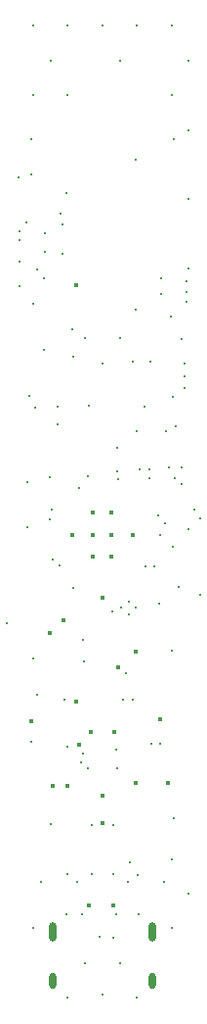
<source format=gbr>
%TF.GenerationSoftware,Altium Limited,Altium Designer,24.2.2 (26)*%
G04 Layer_Color=0*
%FSLAX45Y45*%
%MOMM*%
%TF.SameCoordinates,505FE19A-96A0-4540-A324-069B6CBC3D10*%
%TF.FilePolarity,Positive*%
%TF.FileFunction,Plated,1,4,PTH,Drill*%
%TF.Part,Single*%
G01*
G75*
%TA.AperFunction,ComponentDrill*%
%ADD103O,0.60000X1.40000*%
%ADD104O,0.60000X1.70000*%
%TA.AperFunction,ViaDrill,NotFilled*%
%ADD105C,0.30000*%
%ADD106C,0.40000*%
D103*
X4332000Y2249500D02*
D03*
X3468000D02*
D03*
D104*
X4332000Y2667500D02*
D03*
X3468000D02*
D03*
D105*
X4650000Y6150000D02*
D03*
X3640000Y7880000D02*
D03*
X4520000Y9520000D02*
D03*
X4499999Y10499997D02*
D03*
X4649999Y10199997D02*
D03*
X4499999Y9899997D02*
D03*
X4649999Y9599997D02*
D03*
Y8999997D02*
D03*
Y8399997D02*
D03*
X4499999Y5099998D02*
D03*
Y3299999D02*
D03*
X4649999Y2999999D02*
D03*
X4499999Y2699999D02*
D03*
X4199999Y10499997D02*
D03*
Y2099999D02*
D03*
X3899999Y10499997D02*
D03*
X4049999Y10199997D02*
D03*
Y7799998D02*
D03*
Y2399999D02*
D03*
X3599999Y10499997D02*
D03*
Y9899997D02*
D03*
X3749999Y7799998D02*
D03*
Y2399999D02*
D03*
X3599999Y2099999D02*
D03*
X3299999Y10499997D02*
D03*
X3449999Y10199997D02*
D03*
X3299999Y9899997D02*
D03*
Y8099998D02*
D03*
X3449999Y3599999D02*
D03*
X3299999Y2699999D02*
D03*
X4060000Y5470000D02*
D03*
X4130000Y5520000D02*
D03*
X4190000Y5470000D02*
D03*
X4749601Y5579157D02*
D03*
X4270298Y5830297D02*
D03*
X4699600Y6320400D02*
D03*
X4585837Y6539331D02*
D03*
X4530000Y6590000D02*
D03*
X4379600Y6271700D02*
D03*
X4306400Y6590000D02*
D03*
X3460000Y6320000D02*
D03*
X3695046Y6507100D02*
D03*
X3250000Y6170000D02*
D03*
X3069600Y5340000D02*
D03*
X3440000Y6600000D02*
D03*
X3779680Y7219600D02*
D03*
X4450000Y7000000D02*
D03*
X4540000Y7040000D02*
D03*
X4480400Y6680000D02*
D03*
X4590000D02*
D03*
X4610000Y7470000D02*
D03*
Y7580000D02*
D03*
X4609600Y7370000D02*
D03*
X4590000Y7790000D02*
D03*
X3510400Y7210000D02*
D03*
X3514304Y7052105D02*
D03*
X4264600Y7209952D02*
D03*
X4200000Y7000000D02*
D03*
X4749601Y6240000D02*
D03*
X4315014Y7598698D02*
D03*
X4160000Y7600000D02*
D03*
X3261600Y7300000D02*
D03*
X4490000Y7990000D02*
D03*
X4630000Y8290000D02*
D03*
Y8200000D02*
D03*
X3390000Y8320000D02*
D03*
X3330000Y8390000D02*
D03*
X4410000Y8320400D02*
D03*
X3180000Y8460000D02*
D03*
X3557500Y8527500D02*
D03*
X3400000Y8550000D02*
D03*
X3550000Y8780000D02*
D03*
X3400000Y8710400D02*
D03*
X3180000Y8725400D02*
D03*
Y8650000D02*
D03*
X3240000Y8800000D02*
D03*
X3250000Y6560000D02*
D03*
X3180000Y8250000D02*
D03*
X3170000Y9190000D02*
D03*
X3283936Y9215213D02*
D03*
X4190000Y9340000D02*
D03*
X3900000Y2130000D02*
D03*
X3595587Y4271913D02*
D03*
X4630000Y8110000D02*
D03*
X4440000Y6200000D02*
D03*
X4403600Y6100000D02*
D03*
X4511682Y7292900D02*
D03*
X4310000Y6670000D02*
D03*
X4347155Y5830000D02*
D03*
X4390400Y5510000D02*
D03*
X4030000Y6850000D02*
D03*
X4033600Y6578154D02*
D03*
X4029827Y6653459D02*
D03*
X4130000Y5410000D02*
D03*
X3772900Y6610000D02*
D03*
X3984417Y5440000D02*
D03*
X3390000Y7700800D02*
D03*
X3650000Y7640400D02*
D03*
X3900000Y7580000D02*
D03*
X3650000Y5640000D02*
D03*
X3300000Y5030000D02*
D03*
X3441686Y6231841D02*
D03*
X3469600Y5890000D02*
D03*
X3320000Y7199600D02*
D03*
X3530000Y5840000D02*
D03*
X4410000Y8179600D02*
D03*
X4190000Y8050000D02*
D03*
X3540000Y8880000D02*
D03*
X3590000Y9050000D02*
D03*
X3280000Y9520000D02*
D03*
X4220000Y6670000D02*
D03*
X4560000Y5650000D02*
D03*
X4510000Y6000000D02*
D03*
X3740000Y5010000D02*
D03*
X4101765Y4908529D02*
D03*
X3730000Y5190000D02*
D03*
X4165418Y4675400D02*
D03*
X4080000D02*
D03*
X4020000Y4244600D02*
D03*
X4320000Y4291900D02*
D03*
X3330000Y4720000D02*
D03*
X4030000Y4080000D02*
D03*
X3570000Y4680000D02*
D03*
X3730000Y4210000D02*
D03*
X3770000Y4080000D02*
D03*
X3710400Y4137192D02*
D03*
X4400000Y4291900D02*
D03*
X3280000Y4310000D02*
D03*
X4206811Y3162024D02*
D03*
X4140000Y3270000D02*
D03*
X3810000Y3590000D02*
D03*
X3990000D02*
D03*
X4522209Y3656072D02*
D03*
X3990000Y3170000D02*
D03*
X3600000D02*
D03*
X3810000D02*
D03*
X4122100Y3100000D02*
D03*
X4430000D02*
D03*
X3370000D02*
D03*
X3677900D02*
D03*
X3996201Y2619025D02*
D03*
X3875401Y2626079D02*
D03*
X4021484Y2821856D02*
D03*
X4210000Y2820000D02*
D03*
X3725000Y2818765D02*
D03*
X3584200Y2820000D02*
D03*
D106*
X3980000Y5910000D02*
D03*
X3820000D02*
D03*
X4160000Y6100000D02*
D03*
X3980000D02*
D03*
X3820000D02*
D03*
X3640000D02*
D03*
X3980000Y6290000D02*
D03*
X3820000D02*
D03*
X3900000Y5560000D02*
D03*
X3670000Y8260000D02*
D03*
X3440000Y5252595D02*
D03*
X3560000Y5360000D02*
D03*
X4033865Y4960000D02*
D03*
X4190000Y5090000D02*
D03*
X3674600Y4659181D02*
D03*
X4402674Y4510000D02*
D03*
X4005000Y4400000D02*
D03*
X3280000Y4490000D02*
D03*
X3700001Y4284593D02*
D03*
X3795000Y4400000D02*
D03*
X4190000Y3960000D02*
D03*
X4470000D02*
D03*
X3470000Y3930000D02*
D03*
X3600000D02*
D03*
X3900000Y3850000D02*
D03*
Y3610000D02*
D03*
X3990000Y2900000D02*
D03*
X3780000D02*
D03*
%TF.MD5,c02a11a5253840363c28c84dc43551a0*%
M02*

</source>
